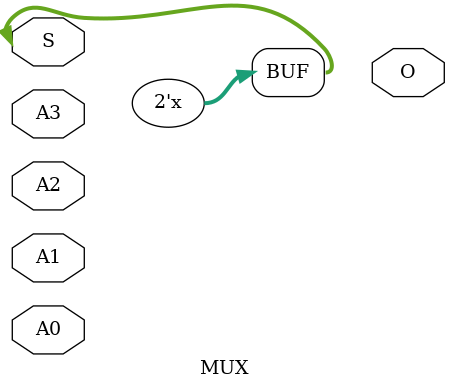
<source format=v>
module MUX(
  output wire [31:0] O,
  input wire [31:0] A0,
  input wire [31:0] A1,
  input wire [31:0] A2,
  input wire [31:0] A3,
  input wire [1:0] S
);
  always @(*) begin
    case(S)
      2'b00: begin
        S = A0;
      end
      2'b01: begin
        S = A1;
      end
      2'b10: begin
        S = A2;
      end
      2'b11: begin
        S = A3;
      end
    endcase
  end
endmodule

</source>
